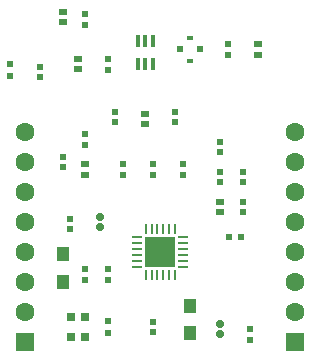
<source format=gbr>
%TF.GenerationSoftware,Altium Limited,Altium Designer,22.6.1 (34)*%
G04 Layer_Color=255*
%FSLAX45Y45*%
%MOMM*%
%TF.SameCoordinates,421C64DB-711B-49BE-949A-821E8169F4DF*%
%TF.FilePolarity,Positive*%
%TF.FileFunction,Pads,Top*%
%TF.Part,Single*%
G01*
G75*
%TA.AperFunction,SMDPad,CuDef*%
%ADD10R,0.75000X0.76000*%
%ADD11R,0.60000X0.54000*%
%ADD12R,0.50000X0.50000*%
%ADD13R,0.60000X0.51000*%
%ADD14R,0.67000X0.62000*%
%ADD15R,0.73000X0.51000*%
%ADD16R,0.50000X0.50000*%
%ADD17R,0.50000X0.40000*%
G04:AMPARAMS|DCode=18|XSize=0.635mm|YSize=0.635mm|CornerRadius=0.15875mm|HoleSize=0mm|Usage=FLASHONLY|Rotation=270.000|XOffset=0mm|YOffset=0mm|HoleType=Round|Shape=RoundedRectangle|*
%AMROUNDEDRECTD18*
21,1,0.63500,0.31750,0,0,270.0*
21,1,0.31750,0.63500,0,0,270.0*
1,1,0.31750,-0.15875,-0.15875*
1,1,0.31750,-0.15875,0.15875*
1,1,0.31750,0.15875,0.15875*
1,1,0.31750,0.15875,-0.15875*
%
%ADD18ROUNDEDRECTD18*%
%ADD19R,1.00000X1.15000*%
%ADD20R,0.60000X0.56000*%
%ADD21R,0.63000X0.51000*%
%ADD22R,2.60000X2.60000*%
%ADD23R,0.26000X0.84000*%
%ADD24R,0.84000X0.26000*%
%ADD25O,0.40000X1.05000*%
%TA.AperFunction,ComponentPad*%
%ADD27C,1.60000*%
%ADD28R,1.60000X1.60000*%
D10*
X572500Y298500D02*
D03*
Y463500D02*
D03*
X697500Y298500D02*
D03*
Y463500D02*
D03*
D11*
X317500Y2496800D02*
D03*
Y2583200D02*
D03*
X1270000Y424200D02*
D03*
Y337800D02*
D03*
X508000Y1821200D02*
D03*
Y1734800D02*
D03*
X698500Y1925300D02*
D03*
Y2011700D02*
D03*
X952500Y2202200D02*
D03*
Y2115800D02*
D03*
X1460500Y2202200D02*
D03*
Y2115800D02*
D03*
X1016000Y1757700D02*
D03*
Y1671300D02*
D03*
X1841500Y1861800D02*
D03*
Y1948200D02*
D03*
X2032000Y1607800D02*
D03*
Y1694200D02*
D03*
Y1353800D02*
D03*
Y1440200D02*
D03*
D12*
X63500Y2503500D02*
D03*
Y2603500D02*
D03*
X1905000Y2680500D02*
D03*
Y2780500D02*
D03*
X698500Y875500D02*
D03*
Y775500D02*
D03*
X2095500Y267500D02*
D03*
Y367500D02*
D03*
X889000Y431000D02*
D03*
Y331000D02*
D03*
X1270000Y1764500D02*
D03*
Y1664500D02*
D03*
D13*
X889000Y2559000D02*
D03*
Y2648000D02*
D03*
X698500Y2940000D02*
D03*
Y3029000D02*
D03*
X889000Y870000D02*
D03*
Y781000D02*
D03*
D14*
X635000Y2646000D02*
D03*
Y2561000D02*
D03*
X508000Y2963000D02*
D03*
Y3048000D02*
D03*
D15*
X2159000Y2684500D02*
D03*
Y2776500D02*
D03*
X698500Y1668500D02*
D03*
Y1760500D02*
D03*
X1206500Y2187500D02*
D03*
Y2095500D02*
D03*
X1841500Y1443000D02*
D03*
Y1351000D02*
D03*
D16*
X1672500Y2730500D02*
D03*
X1502500D02*
D03*
X2018500Y1143000D02*
D03*
X1918500D02*
D03*
D17*
X1587500Y2635500D02*
D03*
Y2825500D02*
D03*
D18*
X1841500Y406400D02*
D03*
Y317500D02*
D03*
X825500Y1314450D02*
D03*
Y1225550D02*
D03*
D19*
X1587500Y562000D02*
D03*
Y327000D02*
D03*
X508000Y997000D02*
D03*
Y762000D02*
D03*
D20*
X571500Y1293500D02*
D03*
Y1206500D02*
D03*
X1841500Y1607500D02*
D03*
Y1694500D02*
D03*
D21*
X1524000Y1760500D02*
D03*
Y1668500D02*
D03*
D22*
X1333500Y1016000D02*
D03*
D23*
X1208500Y1210500D02*
D03*
X1258500D02*
D03*
X1308500D02*
D03*
X1358500D02*
D03*
X1408500D02*
D03*
X1458500D02*
D03*
Y821500D02*
D03*
X1408500D02*
D03*
X1358500D02*
D03*
X1308500D02*
D03*
X1258500D02*
D03*
X1208500D02*
D03*
D24*
X1528000Y1141000D02*
D03*
Y1091000D02*
D03*
Y1041000D02*
D03*
Y991000D02*
D03*
Y941000D02*
D03*
Y891000D02*
D03*
X1139000D02*
D03*
Y941000D02*
D03*
Y991000D02*
D03*
Y1041000D02*
D03*
Y1091000D02*
D03*
Y1141000D02*
D03*
D25*
X1141500Y2803500D02*
D03*
X1206500D02*
D03*
X1271500D02*
D03*
Y2603500D02*
D03*
X1206500D02*
D03*
X1141500D02*
D03*
D27*
X190500Y2032000D02*
D03*
Y1778000D02*
D03*
Y1270000D02*
D03*
Y762000D02*
D03*
Y508000D02*
D03*
Y1016000D02*
D03*
Y1524000D02*
D03*
X2476500D02*
D03*
Y1016000D02*
D03*
Y508000D02*
D03*
Y762000D02*
D03*
Y1270000D02*
D03*
Y1778000D02*
D03*
Y2032000D02*
D03*
D28*
X190500Y254000D02*
D03*
X2476500D02*
D03*
%TF.MD5,5ea4a5907b3099f59159584c210903cd*%
M02*

</source>
